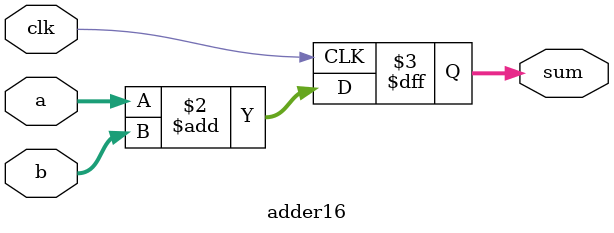
<source format=v>
module adder16(a, b, clk, sum);
    input [15:0] a, b;
    input clk;
    output reg [15:0] sum;

    always @(posedge clk) begin
        sum <= a + b;
    end
endmodule
</source>
